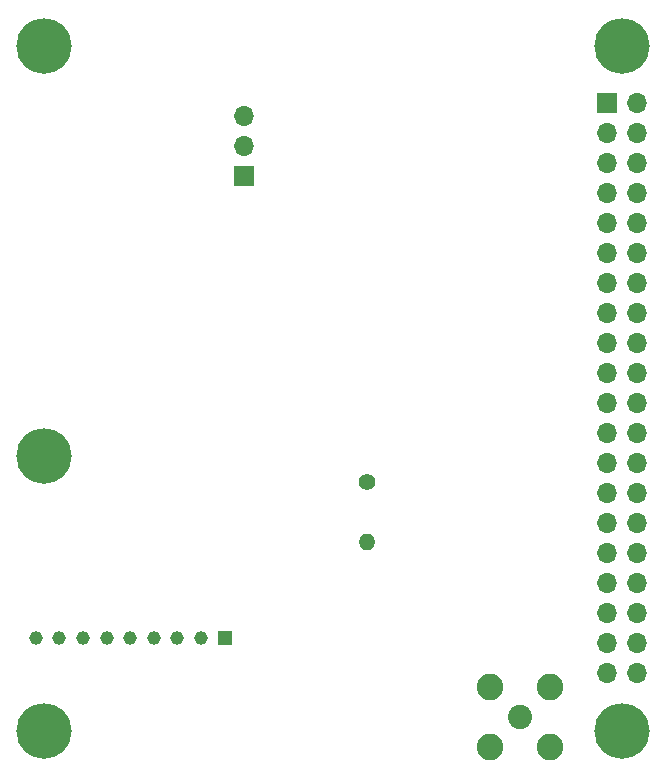
<source format=gbs>
%TF.GenerationSoftware,KiCad,Pcbnew,8.0.5*%
%TF.CreationDate,2024-12-07T16:09:03-08:00*%
%TF.ProjectId,RPi_interface,5250695f-696e-4746-9572-666163652e6b,1.2*%
%TF.SameCoordinates,Original*%
%TF.FileFunction,Soldermask,Bot*%
%TF.FilePolarity,Negative*%
%FSLAX46Y46*%
G04 Gerber Fmt 4.6, Leading zero omitted, Abs format (unit mm)*
G04 Created by KiCad (PCBNEW 8.0.5) date 2024-12-07 16:09:03*
%MOMM*%
%LPD*%
G01*
G04 APERTURE LIST*
%ADD10C,4.700000*%
%ADD11R,1.150000X1.150000*%
%ADD12C,1.150000*%
%ADD13C,1.400000*%
%ADD14O,1.400000X1.400000*%
%ADD15C,2.050000*%
%ADD16C,2.250000*%
%ADD17R,1.700000X1.700000*%
%ADD18O,1.700000X1.700000*%
G04 APERTURE END LIST*
D10*
%TO.C,H5*%
X93500000Y-86200000D03*
%TD*%
D11*
%TO.C,J2*%
X108825000Y-101600000D03*
D12*
X106824999Y-101600000D03*
X104825000Y-101600000D03*
X102824999Y-101600000D03*
X100825001Y-101600000D03*
X98825000Y-101600000D03*
X96825001Y-101600000D03*
X94825000Y-101600000D03*
X92824999Y-101600000D03*
%TD*%
D10*
%TO.C,H2*%
X142500000Y-51500000D03*
%TD*%
%TO.C,H4*%
X142500000Y-109500000D03*
%TD*%
%TO.C,H1*%
X93500000Y-51500000D03*
%TD*%
D13*
%TO.C,TH1*%
X120900000Y-88460000D03*
D14*
X120900000Y-93540000D03*
%TD*%
D10*
%TO.C,H3*%
X93500000Y-109500000D03*
%TD*%
D15*
%TO.C,J4*%
X133830000Y-108335000D03*
D16*
X131290000Y-105795000D03*
X131290000Y-110875000D03*
X136370000Y-105795000D03*
X136370000Y-110875000D03*
%TD*%
D17*
%TO.C,J3*%
X110500000Y-62540000D03*
D18*
X110500000Y-60000000D03*
X110500000Y-57460000D03*
%TD*%
D17*
%TO.C,J1*%
X141230000Y-56370000D03*
D18*
X143770000Y-56370000D03*
X141230000Y-58910000D03*
X143770000Y-58910000D03*
X141230000Y-61450000D03*
X143770000Y-61450000D03*
X141230000Y-63990000D03*
X143770000Y-63990000D03*
X141230000Y-66530000D03*
X143770000Y-66530000D03*
X141230000Y-69070000D03*
X143770000Y-69070000D03*
X141230000Y-71610000D03*
X143770000Y-71610000D03*
X141230000Y-74150000D03*
X143770000Y-74150000D03*
X141230000Y-76690000D03*
X143770000Y-76690000D03*
X141230000Y-79230000D03*
X143770000Y-79230000D03*
X141230000Y-81770000D03*
X143770000Y-81770000D03*
X141230000Y-84310000D03*
X143770000Y-84310000D03*
X141230000Y-86850000D03*
X143770000Y-86850000D03*
X141230000Y-89390000D03*
X143770000Y-89390000D03*
X141230000Y-91930000D03*
X143770000Y-91930000D03*
X141230000Y-94470000D03*
X143770000Y-94470000D03*
X141230000Y-97010000D03*
X143770000Y-97010000D03*
X141230000Y-99550000D03*
X143770000Y-99550000D03*
X141230000Y-102090000D03*
X143770000Y-102090000D03*
X141230000Y-104630000D03*
X143770000Y-104630000D03*
%TD*%
M02*

</source>
